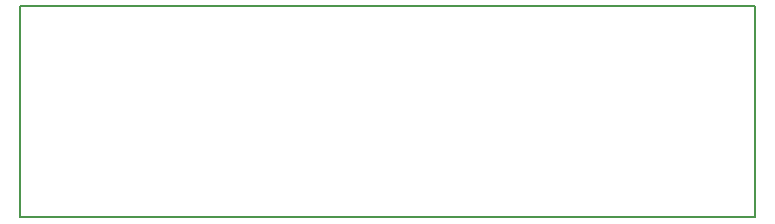
<source format=gbr>
G04 --- HEADER BEGIN --- *
G04 #@! TF.GenerationSoftware,LibrePCB,LibrePCB,1.2.0*
G04 #@! TF.CreationDate,2025-03-23T20:27:52*
G04 #@! TF.ProjectId,2.35" TFT Display Breakout,2d7378a2-86a6-4676-ae60-d25c5b1dbf0f,v1*
G04 #@! TF.Part,Single*
G04 #@! TF.SameCoordinates*
G04 #@! TF.FileFunction,Legend,Bot*
G04 #@! TF.FilePolarity,Positive*
%FSLAX66Y66*%
%MOMM*%
G01*
G75*
G04 --- HEADER END --- *
G04 --- APERTURE LIST BEGIN --- *
%ADD10C,0.2*%
%ADD11O,1.787X2.39*%
%AMROUNDEDRECT12*20,1,1.787,-1.095,0.0,1.095,0.0,90.0*20,1,1.587,-1.195,0.0,1.195,0.0,90.0*1,1,0.2,-0.7935,-1.095*1,1,0.2,-0.7935,1.095*1,1,0.2,0.7935,1.095*1,1,0.2,0.7935,-1.095*%
%ADD12ROUNDEDRECT12*%
G04 --- APERTURE LIST END --- *
G04 --- BOARD BEGIN --- *
D10*
G04 #@! TO.C,IC2*
X0Y22620000D02*
X0Y4720000D01*
X62300000Y4720000D01*
X62300000Y22620000D01*
X0Y22620000D01*
%LPC*%
D11*
G04 #@! TO.C,J1*
X41390000Y2500000D03*
X23610000Y2500000D03*
D12*
X21070000Y2500000D03*
D11*
X36310000Y2500000D03*
X43930000Y2500000D03*
X38850000Y2500000D03*
X33770000Y2500000D03*
X26150000Y2500000D03*
X28690000Y2500000D03*
X31230000Y2500000D03*
G04 --- BOARD END --- *
G04 #@! TF.MD5,05802fafdc924875c28c2980be7743c0*
M02*

</source>
